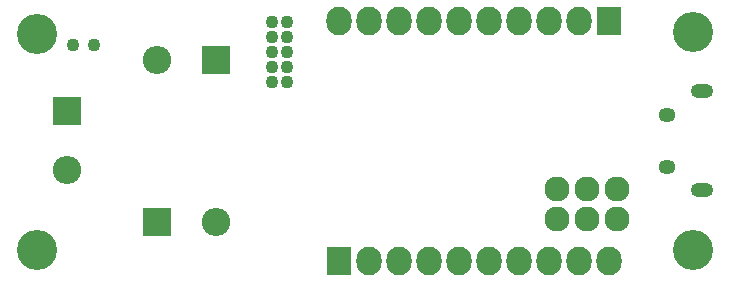
<source format=gbs>
G04 #@! TF.FileFunction,Soldermask,Bot*
%FSLAX46Y46*%
G04 Gerber Fmt 4.6, Leading zero omitted, Abs format (unit mm)*
G04 Created by KiCad (PCBNEW 4.0.2-stable) date 11/17/2016 12:04:15 PM*
%MOMM*%
G01*
G04 APERTURE LIST*
%ADD10C,0.100000*%
%ADD11R,2.398980X2.398980*%
%ADD12O,2.398980X2.398980*%
%ADD13C,3.400000*%
%ADD14C,1.100000*%
%ADD15C,2.127200*%
%ADD16O,2.127200X2.127200*%
%ADD17R,2.127200X2.432000*%
%ADD18O,2.127200X2.432000*%
%ADD19O,1.450000X1.250000*%
%ADD20O,1.900000X1.250000*%
G04 APERTURE END LIST*
D10*
D11*
X105650000Y-103630000D03*
D12*
X100650000Y-103630000D03*
D11*
X100650000Y-117348000D03*
D12*
X105650000Y-117348000D03*
D11*
X92964000Y-107990000D03*
D12*
X92964000Y-112990000D03*
D13*
X90500000Y-101400000D03*
X146000000Y-101300000D03*
X146000000Y-119700000D03*
X90500000Y-119700000D03*
D14*
X111660000Y-105510000D03*
X110390000Y-105510000D03*
X111660000Y-104240000D03*
X110390000Y-104240000D03*
X111660000Y-102970000D03*
X110390000Y-102970000D03*
X111660000Y-101700000D03*
X110390000Y-101700000D03*
X111660000Y-100430000D03*
X110390000Y-100430000D03*
D15*
X139550000Y-114560000D03*
D16*
X139550000Y-117100000D03*
X137010000Y-114560000D03*
X137010000Y-117100000D03*
X134470000Y-114560000D03*
X134470000Y-117100000D03*
D17*
X116030000Y-120650000D03*
D18*
X118570000Y-120650000D03*
X121110000Y-120650000D03*
X123650000Y-120650000D03*
X126190000Y-120650000D03*
X128730000Y-120650000D03*
X131270000Y-120650000D03*
X133810000Y-120650000D03*
X136350000Y-120650000D03*
X138890000Y-120650000D03*
D17*
X138890000Y-100330000D03*
D18*
X136350000Y-100330000D03*
X133810000Y-100330000D03*
X131270000Y-100330000D03*
X128730000Y-100330000D03*
X126190000Y-100330000D03*
X123650000Y-100330000D03*
X121110000Y-100330000D03*
X118570000Y-100330000D03*
X116030000Y-100330000D03*
D19*
X143770000Y-112705000D03*
X143770000Y-108255000D03*
D20*
X146770000Y-114655000D03*
X146770000Y-106305000D03*
D14*
X93470000Y-102370000D03*
X95270000Y-102370000D03*
M02*

</source>
